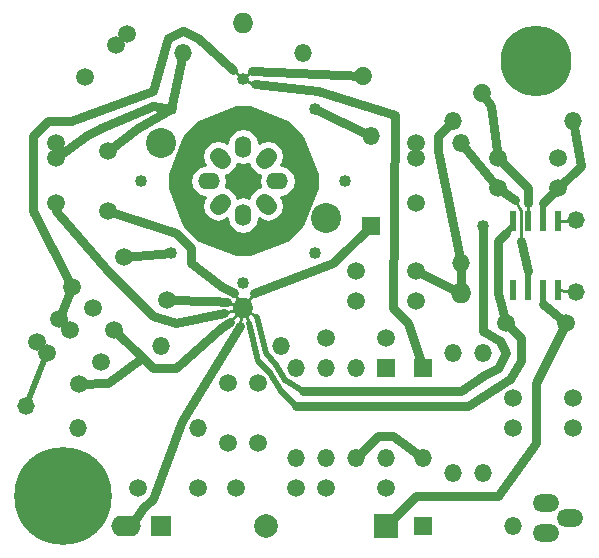
<source format=gtl>
G04 (created by PCBNEW (2013-07-07 BZR 4022)-stable) date Tue 30 Aug 2022 12:13:58 AM CDT*
%MOIN*%
G04 Gerber Fmt 3.4, Leading zero omitted, Abs format*
%FSLAX34Y34*%
G01*
G70*
G90*
G04 APERTURE LIST*
%ADD10C,0.00590551*%
%ADD11O,0.0885X0.059*%
%ADD12O,0.059X0.059*%
%ADD13R,0.059X0.059*%
%ADD14R,0.069X0.069*%
%ADD15O,0.099X0.069*%
%ADD16C,0.23622*%
%ADD17C,0.059*%
%ADD18O,0.069X0.069*%
%ADD19R,0.079X0.079*%
%ADD20C,0.079*%
%ADD21C,0.325*%
%ADD22R,0.019X0.07*%
%ADD23C,0.059*%
%ADD24O,0.058X0.058*%
%ADD25C,0.056*%
%ADD26O,0.072X0.056*%
%ADD27O,0.056X0.072*%
%ADD28O,0.032X0.032*%
%ADD29C,0.1*%
%ADD30C,0.04*%
%ADD31C,0.01*%
%ADD32C,0.02*%
%ADD33C,0.03*%
G04 APERTURE END LIST*
G54D10*
G54D11*
X95852Y-43250D03*
X96647Y-43750D03*
X95852Y-44250D03*
G54D12*
X92750Y-38250D03*
X92750Y-42250D03*
X93750Y-42250D03*
X93750Y-38250D03*
X83000Y-38000D03*
X87000Y-38000D03*
X83750Y-28250D03*
X87750Y-28250D03*
X84250Y-40750D03*
X80250Y-40750D03*
G54D13*
X90500Y-38750D03*
G54D12*
X89500Y-38750D03*
X88500Y-38750D03*
X87500Y-38750D03*
X87500Y-41750D03*
X88500Y-41750D03*
X90500Y-41750D03*
X89500Y-41750D03*
G54D14*
X83000Y-44000D03*
G54D15*
X81850Y-44000D03*
G54D16*
X95500Y-28500D03*
G54D17*
X94750Y-40750D03*
X96750Y-40750D03*
X91500Y-36500D03*
X89500Y-36500D03*
X85250Y-41250D03*
X85250Y-39250D03*
X86250Y-41250D03*
X86250Y-39250D03*
X88500Y-42750D03*
X90500Y-42750D03*
X81792Y-35042D03*
X83207Y-36457D03*
X81250Y-31500D03*
X81250Y-33500D03*
X96750Y-39750D03*
X94750Y-39750D03*
X90500Y-37750D03*
X88500Y-37750D03*
X87500Y-42750D03*
X85500Y-42750D03*
G54D18*
X85750Y-36750D03*
G54D19*
X90500Y-44000D03*
G54D20*
X86500Y-44000D03*
G54D13*
X91750Y-38750D03*
G54D12*
X91750Y-41750D03*
G54D13*
X90000Y-34000D03*
G54D12*
X90000Y-31000D03*
G54D13*
X91750Y-44000D03*
G54D12*
X94750Y-44000D03*
G54D17*
X81883Y-27616D03*
X80469Y-29030D03*
X81530Y-27969D03*
X79500Y-31250D03*
X79500Y-33250D03*
X79500Y-31750D03*
X91500Y-31250D03*
X91500Y-33250D03*
X91500Y-31750D03*
G54D21*
X79750Y-43000D03*
G54D18*
X85750Y-27250D03*
G54D22*
X96250Y-33850D03*
X95750Y-33850D03*
X95250Y-33850D03*
X94750Y-33850D03*
X94750Y-36150D03*
X95250Y-36150D03*
X95750Y-36150D03*
X96250Y-36150D03*
G54D23*
X89750Y-29000D02*
X89750Y-29000D01*
X93711Y-29556D02*
X93711Y-29556D01*
G54D12*
X96750Y-30500D03*
X92750Y-30500D03*
X93000Y-31250D03*
X93000Y-35250D03*
G54D17*
X94250Y-31750D03*
X96250Y-31750D03*
X96250Y-32750D03*
X94250Y-32750D03*
X96500Y-37250D03*
X94500Y-37250D03*
G54D18*
X93000Y-36250D03*
G54D17*
X79616Y-37116D03*
X81030Y-38530D03*
X79969Y-37469D03*
X78866Y-37866D03*
X80280Y-39280D03*
X79219Y-38219D03*
X80042Y-36042D03*
X81457Y-37457D03*
X80750Y-36750D03*
G54D24*
X96850Y-33800D03*
X96850Y-36200D03*
X78500Y-40000D03*
G54D25*
X85042Y-31792D02*
X84929Y-31679D01*
X86570Y-31679D02*
X86457Y-31792D01*
G54D26*
X86890Y-32500D03*
G54D27*
X85750Y-31359D03*
G54D25*
X86570Y-33320D02*
X86457Y-33207D01*
G54D27*
X85750Y-33640D03*
G54D25*
X85042Y-33207D02*
X84929Y-33320D01*
G54D26*
X84609Y-32500D03*
G54D17*
X84250Y-42750D03*
X82250Y-42750D03*
X91500Y-35500D03*
X89500Y-35500D03*
G54D28*
X86500Y-30750D03*
X87500Y-31750D03*
X87500Y-33250D03*
X86500Y-34250D03*
X85000Y-34250D03*
X84000Y-33250D03*
X84000Y-31750D03*
X85000Y-30750D03*
G54D29*
X83000Y-31250D03*
X88500Y-33750D03*
G54D28*
X86900Y-30600D03*
X86300Y-30400D03*
X85200Y-30400D03*
X84600Y-30600D03*
X87600Y-31300D03*
X87900Y-32000D03*
X83900Y-31300D03*
X83600Y-31900D03*
X87900Y-33000D03*
X83600Y-33000D03*
X83900Y-33700D03*
X87600Y-33700D03*
X86900Y-34400D03*
X84600Y-34400D03*
X86300Y-34600D03*
X85200Y-34600D03*
X85400Y-32500D03*
X86100Y-32500D03*
X85750Y-32150D03*
X85750Y-32850D03*
G54D30*
X89150Y-32500D03*
X82350Y-32500D03*
X83350Y-30100D03*
X88150Y-34900D03*
X88150Y-30100D03*
X83350Y-34900D03*
X85750Y-29100D03*
X93750Y-34000D03*
X85750Y-35900D03*
G54D31*
X96250Y-36150D02*
X96850Y-36200D01*
X96250Y-33850D02*
X96850Y-33800D01*
G54D32*
X79219Y-38219D02*
X78500Y-40000D01*
G54D33*
X95500Y-39250D02*
X96500Y-37250D01*
X91500Y-43000D02*
X94250Y-43000D01*
X94250Y-43000D02*
X95500Y-41250D01*
X95500Y-41250D02*
X95500Y-39250D01*
X90500Y-44000D02*
X91500Y-43000D01*
X96500Y-37250D02*
X96500Y-37250D01*
G54D32*
X95750Y-36500D02*
X95750Y-36600D01*
G54D33*
X95750Y-36600D02*
X96500Y-37250D01*
X93000Y-31250D02*
X94250Y-32750D01*
G54D31*
X95000Y-34500D02*
X95000Y-33500D01*
G54D32*
X95250Y-36150D02*
X95250Y-35250D01*
G54D33*
X95000Y-34500D02*
X95250Y-35500D01*
G54D32*
X95250Y-35500D02*
X95250Y-35250D01*
G54D31*
X95000Y-33500D02*
X94826Y-33134D01*
G54D33*
X94826Y-33134D02*
X94250Y-32750D01*
X93711Y-29556D02*
X94000Y-30000D01*
X94000Y-30000D02*
X94250Y-31750D01*
G54D31*
X95250Y-33850D02*
X95250Y-33250D01*
G54D33*
X95250Y-32750D02*
X94250Y-31750D01*
X95250Y-32750D02*
X95250Y-33250D01*
G54D31*
X95250Y-33250D02*
X95250Y-33250D01*
X95250Y-33250D02*
X95250Y-33250D01*
G54D33*
X89500Y-41750D02*
X90250Y-41000D01*
X90750Y-41000D02*
X91750Y-41750D01*
X90250Y-41000D02*
X90750Y-41000D01*
X96750Y-30500D02*
X97000Y-32000D01*
X97000Y-32000D02*
X96250Y-32750D01*
G54D32*
X95750Y-33850D02*
X95750Y-33250D01*
G54D33*
X95750Y-33250D02*
X96250Y-32750D01*
X83350Y-30100D02*
X82750Y-30000D01*
X82750Y-30000D02*
X81000Y-30750D01*
X80500Y-31000D02*
X79500Y-31750D01*
X81000Y-30750D02*
X80500Y-31000D01*
X83350Y-30100D02*
X83750Y-28250D01*
X81250Y-31500D02*
X82250Y-30750D01*
X82250Y-30750D02*
X83350Y-30100D01*
X88150Y-30100D02*
X90000Y-31000D01*
X81792Y-35042D02*
X83350Y-34900D01*
G54D31*
X83000Y-38000D02*
X83000Y-38000D01*
G54D33*
X91500Y-35500D02*
X93000Y-36250D01*
X93000Y-35250D02*
X93000Y-36250D01*
X92750Y-30500D02*
X92250Y-31000D01*
X92250Y-31500D02*
X93000Y-35250D01*
X92250Y-31000D02*
X92250Y-31500D01*
X90800Y-30300D02*
X88250Y-29500D01*
X80042Y-36042D02*
X79616Y-37116D01*
X79616Y-37116D02*
X79969Y-37469D01*
X80042Y-36042D02*
X78750Y-33500D01*
X83250Y-27750D02*
X82750Y-29500D01*
X82750Y-29500D02*
X80000Y-30500D01*
X80000Y-30500D02*
X79250Y-30500D01*
X79250Y-30500D02*
X78750Y-31000D01*
X78750Y-31000D02*
X78750Y-33500D01*
X84250Y-27750D02*
X85400Y-28785D01*
G54D31*
X85400Y-28785D02*
X85750Y-29100D01*
G54D33*
X83750Y-27500D02*
X83250Y-27750D01*
X84250Y-27750D02*
X83750Y-27500D01*
X89750Y-29000D02*
X86050Y-28850D01*
G54D31*
X86050Y-28850D02*
X85750Y-29100D01*
G54D33*
X88250Y-29500D02*
X86150Y-29268D01*
G54D31*
X86150Y-29268D02*
X86000Y-29250D01*
X86000Y-29250D02*
X85750Y-29100D01*
G54D33*
X91750Y-38750D02*
X91250Y-37250D01*
X91250Y-37250D02*
X90750Y-36750D01*
X90750Y-36750D02*
X90800Y-30300D01*
G54D31*
X85750Y-36750D02*
X86100Y-36250D01*
G54D33*
X88750Y-35250D02*
X86100Y-36250D01*
X88750Y-35250D02*
X90000Y-34000D01*
G54D32*
X94500Y-34250D02*
X94750Y-34000D01*
G54D33*
X94500Y-37250D02*
X94250Y-36250D01*
X94250Y-36250D02*
X94250Y-34500D01*
X94250Y-34500D02*
X94500Y-34250D01*
G54D32*
X94750Y-34000D02*
X94750Y-33850D01*
G54D33*
X80280Y-39280D02*
X81250Y-39250D01*
X82392Y-38392D02*
X82500Y-38500D01*
X81250Y-39250D02*
X82392Y-38392D01*
X81457Y-37457D02*
X82500Y-38500D01*
X82500Y-38500D02*
X82750Y-38750D01*
G54D31*
X85300Y-37200D02*
X85750Y-36750D01*
G54D33*
X85300Y-37200D02*
X85000Y-37416D01*
X85000Y-37416D02*
X83500Y-38750D01*
X83500Y-38750D02*
X82750Y-38750D01*
X93750Y-37500D02*
X93750Y-34000D01*
G54D32*
X87000Y-39500D02*
X87500Y-40000D01*
G54D33*
X95000Y-37750D02*
X95000Y-38500D01*
X95000Y-38500D02*
X94650Y-39100D01*
X94650Y-39100D02*
X93250Y-40000D01*
X93250Y-40000D02*
X92250Y-40000D01*
X92250Y-40000D02*
X87500Y-40000D01*
X94500Y-37250D02*
X95000Y-37750D01*
G54D32*
X86250Y-38500D02*
X86650Y-38900D01*
X86650Y-38900D02*
X87000Y-39500D01*
G54D31*
X85950Y-37250D02*
X85750Y-36750D01*
G54D32*
X85950Y-37250D02*
X86250Y-38500D01*
X86200Y-37050D02*
X86500Y-38250D01*
X86500Y-38250D02*
X86850Y-38650D01*
X86850Y-38650D02*
X87150Y-39150D01*
X87150Y-39150D02*
X87750Y-39500D01*
G54D31*
X86200Y-37050D02*
X85750Y-36750D01*
G54D32*
X93750Y-37500D02*
X93750Y-37500D01*
G54D33*
X94500Y-38250D02*
X94300Y-37850D01*
X94300Y-37850D02*
X93750Y-37500D01*
X87750Y-39500D02*
X93000Y-39500D01*
X94250Y-38750D02*
X93750Y-39000D01*
X93000Y-39500D02*
X93750Y-39000D01*
X94250Y-38750D02*
X94500Y-38250D01*
X85650Y-37350D02*
X83700Y-40500D01*
G54D31*
X85650Y-37350D02*
X85653Y-37230D01*
X85653Y-37230D02*
X85750Y-36750D01*
G54D33*
X82000Y-44000D02*
X82400Y-43400D01*
X82400Y-43400D02*
X82750Y-43100D01*
X82750Y-43100D02*
X83700Y-40500D01*
X83700Y-40500D02*
X83700Y-40500D01*
G54D31*
X85750Y-36750D02*
X85450Y-36250D01*
G54D33*
X85000Y-36000D02*
X84000Y-35250D01*
X84000Y-35250D02*
X84000Y-34750D01*
X84000Y-34750D02*
X83500Y-34250D01*
X83500Y-34250D02*
X81250Y-33500D01*
X85450Y-36250D02*
X85000Y-36000D01*
X82750Y-37000D02*
X81250Y-35500D01*
X81250Y-35500D02*
X79500Y-33500D01*
X79500Y-33500D02*
X79500Y-33250D01*
X85100Y-36900D02*
X83500Y-37250D01*
G54D31*
X85750Y-36750D02*
X85100Y-36900D01*
G54D33*
X82750Y-37000D02*
X83500Y-37250D01*
G54D31*
X85750Y-36750D02*
X85200Y-36550D01*
G54D33*
X84750Y-36500D02*
X83207Y-36457D01*
X85200Y-36550D02*
X84750Y-36500D01*
X83207Y-36457D02*
X83164Y-36414D01*
G54D10*
G36*
X86307Y-32696D02*
X86245Y-32709D01*
X86073Y-32823D01*
X85959Y-32995D01*
X85946Y-33057D01*
X85750Y-33018D01*
X85553Y-33057D01*
X85541Y-32995D01*
X85426Y-32823D01*
X85254Y-32709D01*
X85192Y-32696D01*
X85231Y-32500D01*
X85192Y-32303D01*
X85254Y-32291D01*
X85426Y-32176D01*
X85541Y-32004D01*
X85553Y-31942D01*
X85750Y-31981D01*
X85946Y-31942D01*
X85959Y-32004D01*
X86073Y-32176D01*
X86245Y-32291D01*
X86307Y-32303D01*
X86268Y-32500D01*
X86307Y-32696D01*
X86307Y-32696D01*
G37*
G54D31*
X86307Y-32696D02*
X86245Y-32709D01*
X86073Y-32823D01*
X85959Y-32995D01*
X85946Y-33057D01*
X85750Y-33018D01*
X85553Y-33057D01*
X85541Y-32995D01*
X85426Y-32823D01*
X85254Y-32709D01*
X85192Y-32696D01*
X85231Y-32500D01*
X85192Y-32303D01*
X85254Y-32291D01*
X85426Y-32176D01*
X85541Y-32004D01*
X85553Y-31942D01*
X85750Y-31981D01*
X85946Y-31942D01*
X85959Y-32004D01*
X86073Y-32176D01*
X86245Y-32291D01*
X86307Y-32303D01*
X86268Y-32500D01*
X86307Y-32696D01*
G54D10*
G36*
X88200Y-32740D02*
X87707Y-33971D01*
X87512Y-34166D01*
X87512Y-32500D01*
X87472Y-32297D01*
X87357Y-32125D01*
X87185Y-32010D01*
X87001Y-31973D01*
X87068Y-31874D01*
X87108Y-31671D01*
X87068Y-31468D01*
X86953Y-31296D01*
X86781Y-31181D01*
X86578Y-31141D01*
X86375Y-31181D01*
X86276Y-31248D01*
X86239Y-31064D01*
X86124Y-30892D01*
X85952Y-30777D01*
X85750Y-30737D01*
X85547Y-30777D01*
X85375Y-30892D01*
X85260Y-31064D01*
X85223Y-31248D01*
X85124Y-31181D01*
X84921Y-31141D01*
X84718Y-31181D01*
X84546Y-31296D01*
X84431Y-31468D01*
X84391Y-31671D01*
X84431Y-31874D01*
X84498Y-31973D01*
X84314Y-32010D01*
X84142Y-32125D01*
X84027Y-32297D01*
X83987Y-32500D01*
X84027Y-32702D01*
X84142Y-32874D01*
X84314Y-32989D01*
X84498Y-33026D01*
X84431Y-33125D01*
X84391Y-33328D01*
X84431Y-33531D01*
X84546Y-33703D01*
X84718Y-33818D01*
X84921Y-33858D01*
X85124Y-33818D01*
X85223Y-33751D01*
X85260Y-33935D01*
X85375Y-34107D01*
X85547Y-34222D01*
X85750Y-34262D01*
X85952Y-34222D01*
X86124Y-34107D01*
X86239Y-33935D01*
X86276Y-33751D01*
X86375Y-33818D01*
X86578Y-33858D01*
X86781Y-33818D01*
X86953Y-33703D01*
X87068Y-33531D01*
X87108Y-33328D01*
X87068Y-33125D01*
X87001Y-33026D01*
X87185Y-32989D01*
X87357Y-32874D01*
X87472Y-32702D01*
X87512Y-32500D01*
X87512Y-34166D01*
X87221Y-34457D01*
X85990Y-34950D01*
X85509Y-34950D01*
X84278Y-34457D01*
X83792Y-33971D01*
X83300Y-32740D01*
X83300Y-32259D01*
X83792Y-31028D01*
X84278Y-30542D01*
X85509Y-30050D01*
X85990Y-30050D01*
X87221Y-30542D01*
X87707Y-31028D01*
X88200Y-32259D01*
X88200Y-32740D01*
X88200Y-32740D01*
G37*
G54D31*
X88200Y-32740D02*
X87707Y-33971D01*
X87512Y-34166D01*
X87512Y-32500D01*
X87472Y-32297D01*
X87357Y-32125D01*
X87185Y-32010D01*
X87001Y-31973D01*
X87068Y-31874D01*
X87108Y-31671D01*
X87068Y-31468D01*
X86953Y-31296D01*
X86781Y-31181D01*
X86578Y-31141D01*
X86375Y-31181D01*
X86276Y-31248D01*
X86239Y-31064D01*
X86124Y-30892D01*
X85952Y-30777D01*
X85750Y-30737D01*
X85547Y-30777D01*
X85375Y-30892D01*
X85260Y-31064D01*
X85223Y-31248D01*
X85124Y-31181D01*
X84921Y-31141D01*
X84718Y-31181D01*
X84546Y-31296D01*
X84431Y-31468D01*
X84391Y-31671D01*
X84431Y-31874D01*
X84498Y-31973D01*
X84314Y-32010D01*
X84142Y-32125D01*
X84027Y-32297D01*
X83987Y-32500D01*
X84027Y-32702D01*
X84142Y-32874D01*
X84314Y-32989D01*
X84498Y-33026D01*
X84431Y-33125D01*
X84391Y-33328D01*
X84431Y-33531D01*
X84546Y-33703D01*
X84718Y-33818D01*
X84921Y-33858D01*
X85124Y-33818D01*
X85223Y-33751D01*
X85260Y-33935D01*
X85375Y-34107D01*
X85547Y-34222D01*
X85750Y-34262D01*
X85952Y-34222D01*
X86124Y-34107D01*
X86239Y-33935D01*
X86276Y-33751D01*
X86375Y-33818D01*
X86578Y-33858D01*
X86781Y-33818D01*
X86953Y-33703D01*
X87068Y-33531D01*
X87108Y-33328D01*
X87068Y-33125D01*
X87001Y-33026D01*
X87185Y-32989D01*
X87357Y-32874D01*
X87472Y-32702D01*
X87512Y-32500D01*
X87512Y-34166D01*
X87221Y-34457D01*
X85990Y-34950D01*
X85509Y-34950D01*
X84278Y-34457D01*
X83792Y-33971D01*
X83300Y-32740D01*
X83300Y-32259D01*
X83792Y-31028D01*
X84278Y-30542D01*
X85509Y-30050D01*
X85990Y-30050D01*
X87221Y-30542D01*
X87707Y-31028D01*
X88200Y-32259D01*
X88200Y-32740D01*
M02*

</source>
